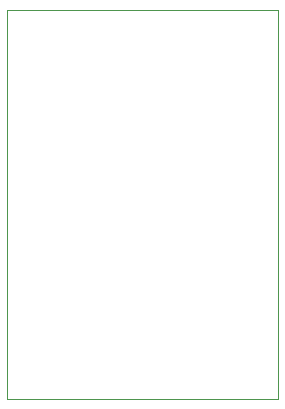
<source format=gbr>
%TF.GenerationSoftware,KiCad,Pcbnew,8.0.6*%
%TF.CreationDate,2025-10-28T14:06:13-04:00*%
%TF.ProjectId,KiCAD,4b694341-442e-46b6-9963-61645f706362,rev?*%
%TF.SameCoordinates,Original*%
%TF.FileFunction,Profile,NP*%
%FSLAX46Y46*%
G04 Gerber Fmt 4.6, Leading zero omitted, Abs format (unit mm)*
G04 Created by KiCad (PCBNEW 8.0.6) date 2025-10-28 14:06:13*
%MOMM*%
%LPD*%
G01*
G04 APERTURE LIST*
%TA.AperFunction,Profile*%
%ADD10C,0.050000*%
%TD*%
G04 APERTURE END LIST*
D10*
X164690000Y-93660000D02*
X187660000Y-93660000D01*
X187660000Y-126620000D01*
X164690000Y-126620000D01*
X164690000Y-93660000D01*
M02*

</source>
